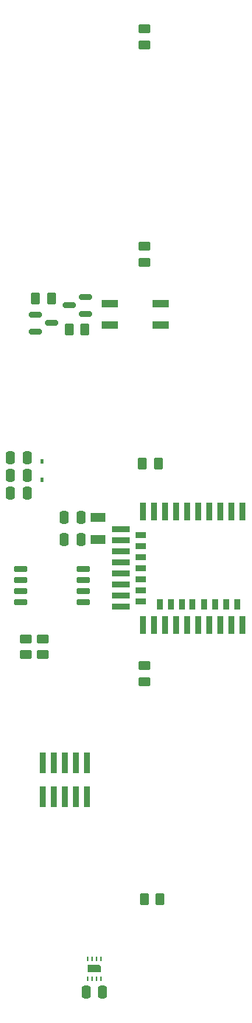
<source format=gbr>
%TF.GenerationSoftware,KiCad,Pcbnew,6.0.2+dfsg-1*%
%TF.CreationDate,2022-08-09T16:06:40+08:00*%
%TF.ProjectId,LightSwitch,4c696768-7453-4776-9974-63682e6b6963,rev?*%
%TF.SameCoordinates,Original*%
%TF.FileFunction,Paste,Top*%
%TF.FilePolarity,Positive*%
%FSLAX46Y46*%
G04 Gerber Fmt 4.6, Leading zero omitted, Abs format (unit mm)*
G04 Created by KiCad (PCBNEW 6.0.2+dfsg-1) date 2022-08-09 16:06:40*
%MOMM*%
%LPD*%
G01*
G04 APERTURE LIST*
G04 Aperture macros list*
%AMRoundRect*
0 Rectangle with rounded corners*
0 $1 Rounding radius*
0 $2 $3 $4 $5 $6 $7 $8 $9 X,Y pos of 4 corners*
0 Add a 4 corners polygon primitive as box body*
4,1,4,$2,$3,$4,$5,$6,$7,$8,$9,$2,$3,0*
0 Add four circle primitives for the rounded corners*
1,1,$1+$1,$2,$3*
1,1,$1+$1,$4,$5*
1,1,$1+$1,$6,$7*
1,1,$1+$1,$8,$9*
0 Add four rect primitives between the rounded corners*
20,1,$1+$1,$2,$3,$4,$5,0*
20,1,$1+$1,$4,$5,$6,$7,0*
20,1,$1+$1,$6,$7,$8,$9,0*
20,1,$1+$1,$8,$9,$2,$3,0*%
%AMFreePoly0*
4,1,6,0.450000,-0.800000,-0.450000,-0.800000,-0.450000,0.530000,-0.180000,0.800000,0.450000,0.800000,0.450000,-0.800000,0.450000,-0.800000,$1*%
G04 Aperture macros list end*
%ADD10RoundRect,0.150000X-0.650000X-0.150000X0.650000X-0.150000X0.650000X0.150000X-0.650000X0.150000X0*%
%ADD11R,0.800000X2.000000*%
%ADD12R,2.000000X0.800000*%
%ADD13R,1.200000X0.800000*%
%ADD14R,0.800000X1.200000*%
%ADD15RoundRect,0.250000X0.250000X0.475000X-0.250000X0.475000X-0.250000X-0.475000X0.250000X-0.475000X0*%
%ADD16RoundRect,0.250000X0.262500X0.450000X-0.262500X0.450000X-0.262500X-0.450000X0.262500X-0.450000X0*%
%ADD17R,0.740000X2.400000*%
%ADD18RoundRect,0.250000X-0.450000X0.262500X-0.450000X-0.262500X0.450000X-0.262500X0.450000X0.262500X0*%
%ADD19R,0.450000X0.600000*%
%ADD20FreePoly0,270.000000*%
%ADD21R,0.250000X0.550000*%
%ADD22RoundRect,0.250000X0.450000X-0.262500X0.450000X0.262500X-0.450000X0.262500X-0.450000X-0.262500X0*%
%ADD23R,1.800000X1.000000*%
%ADD24RoundRect,0.150000X-0.587500X-0.150000X0.587500X-0.150000X0.587500X0.150000X-0.587500X0.150000X0*%
%ADD25RoundRect,0.150000X0.587500X0.150000X-0.587500X0.150000X-0.587500X-0.150000X0.587500X-0.150000X0*%
%ADD26RoundRect,0.250000X-0.250000X-0.475000X0.250000X-0.475000X0.250000X0.475000X-0.250000X0.475000X0*%
%ADD27RoundRect,0.091000X-0.864000X-0.364000X0.864000X-0.364000X0.864000X0.364000X-0.864000X0.364000X0*%
G04 APERTURE END LIST*
D10*
%TO.C,U4*%
X112528800Y-96596200D03*
X112528800Y-97866200D03*
X112528800Y-99136200D03*
X112528800Y-100406200D03*
X119728800Y-100406200D03*
X119728800Y-99136200D03*
X119728800Y-97866200D03*
X119728800Y-96596200D03*
%TD*%
D11*
%TO.C,U3*%
X138059700Y-89969200D03*
X136789700Y-89969200D03*
X135519700Y-89969200D03*
X134249700Y-89969200D03*
X132979700Y-89969200D03*
X131709700Y-89969200D03*
X130439700Y-89969200D03*
X129169700Y-89969200D03*
X127899700Y-89969200D03*
X126629700Y-89969200D03*
D12*
X124029700Y-92024200D03*
D13*
X126329700Y-92659200D03*
D12*
X124029700Y-93294200D03*
D13*
X126329700Y-93929200D03*
D12*
X124029700Y-94564200D03*
D13*
X126329700Y-95199200D03*
D12*
X124029700Y-95834200D03*
D13*
X126329700Y-96469200D03*
D12*
X124029700Y-97104200D03*
D13*
X126329700Y-97739200D03*
D12*
X124029700Y-98374200D03*
D13*
X126329700Y-99009200D03*
D12*
X124029700Y-99644200D03*
D13*
X126329700Y-100279200D03*
D12*
X124029700Y-100914200D03*
D11*
X126629700Y-102969200D03*
X127899700Y-102969200D03*
D14*
X128534700Y-100669200D03*
D11*
X129169700Y-102969200D03*
D14*
X129804700Y-100669200D03*
D11*
X130439700Y-102969200D03*
D14*
X131074700Y-100669200D03*
D11*
X131709700Y-102969200D03*
D14*
X132284700Y-100669200D03*
D11*
X132979700Y-102969200D03*
D14*
X133614700Y-100669200D03*
D11*
X134249700Y-102969200D03*
D14*
X134884700Y-100669200D03*
D11*
X135519700Y-102969200D03*
D14*
X136154700Y-100669200D03*
D11*
X136789700Y-102969200D03*
D14*
X137424700Y-100669200D03*
D11*
X138059700Y-102969200D03*
%TD*%
D15*
%TO.C,C2*%
X113268800Y-85856400D03*
X111368800Y-85856400D03*
%TD*%
%TO.C,C6*%
X119466400Y-93218000D03*
X117566400Y-93218000D03*
%TD*%
%TO.C,C5*%
X119466400Y-90678000D03*
X117566400Y-90678000D03*
%TD*%
D16*
%TO.C,R11*%
X128369700Y-84480400D03*
X126544700Y-84480400D03*
%TD*%
D17*
%TO.C,J3*%
X120142000Y-118827000D03*
X120142000Y-122727000D03*
X118872000Y-118827000D03*
X118872000Y-122727000D03*
X117602000Y-118827000D03*
X117602000Y-122727000D03*
X116332000Y-118827000D03*
X116332000Y-122727000D03*
X115062000Y-118827000D03*
X115062000Y-122727000D03*
%TD*%
D16*
%TO.C,R1*%
X116100350Y-65532000D03*
X114275350Y-65532000D03*
%TD*%
D18*
%TO.C,R2*%
X115112800Y-104599100D03*
X115112800Y-106424100D03*
%TD*%
D19*
%TO.C,D1*%
X115011200Y-86296800D03*
X115011200Y-84196800D03*
%TD*%
D16*
%TO.C,R3*%
X128571000Y-134467600D03*
X126746000Y-134467600D03*
%TD*%
D18*
%TO.C,R8*%
X126800000Y-107687500D03*
X126800000Y-109512500D03*
%TD*%
D16*
%TO.C,R4*%
X119935750Y-69086100D03*
X118110750Y-69086100D03*
%TD*%
D18*
%TO.C,R5*%
X113131600Y-104599100D03*
X113131600Y-106424100D03*
%TD*%
D20*
%TO.C,U2*%
X121000000Y-142500000D03*
D21*
X121750000Y-141325000D03*
X121250000Y-141325000D03*
X120750000Y-141325000D03*
X120250000Y-141325000D03*
X120250000Y-143675000D03*
X120750000Y-143675000D03*
X121250000Y-143675000D03*
X121750000Y-143675000D03*
%TD*%
D22*
%TO.C,R10*%
X126771400Y-61312500D03*
X126771400Y-59487500D03*
%TD*%
D23*
%TO.C,Y1*%
X121416400Y-90678000D03*
X121416400Y-93178000D03*
%TD*%
D22*
%TO.C,R9*%
X126796800Y-36345500D03*
X126796800Y-34520500D03*
%TD*%
D24*
%TO.C,Q2*%
X114250350Y-67376000D03*
X114250350Y-69276000D03*
X116125350Y-68326000D03*
%TD*%
D25*
%TO.C,Q1*%
X120011550Y-67242100D03*
X120011550Y-65342100D03*
X118136550Y-66292100D03*
%TD*%
D15*
%TO.C,C1*%
X113268800Y-83824400D03*
X111368800Y-83824400D03*
%TD*%
D26*
%TO.C,C3*%
X111368800Y-87888400D03*
X113268800Y-87888400D03*
%TD*%
D27*
%TO.C,D2*%
X122807700Y-66085000D03*
X122807700Y-68535000D03*
X128607700Y-68535000D03*
X128607700Y-66085000D03*
%TD*%
D15*
%TO.C,C4*%
X121950000Y-145200000D03*
X120050000Y-145200000D03*
%TD*%
M02*

</source>
